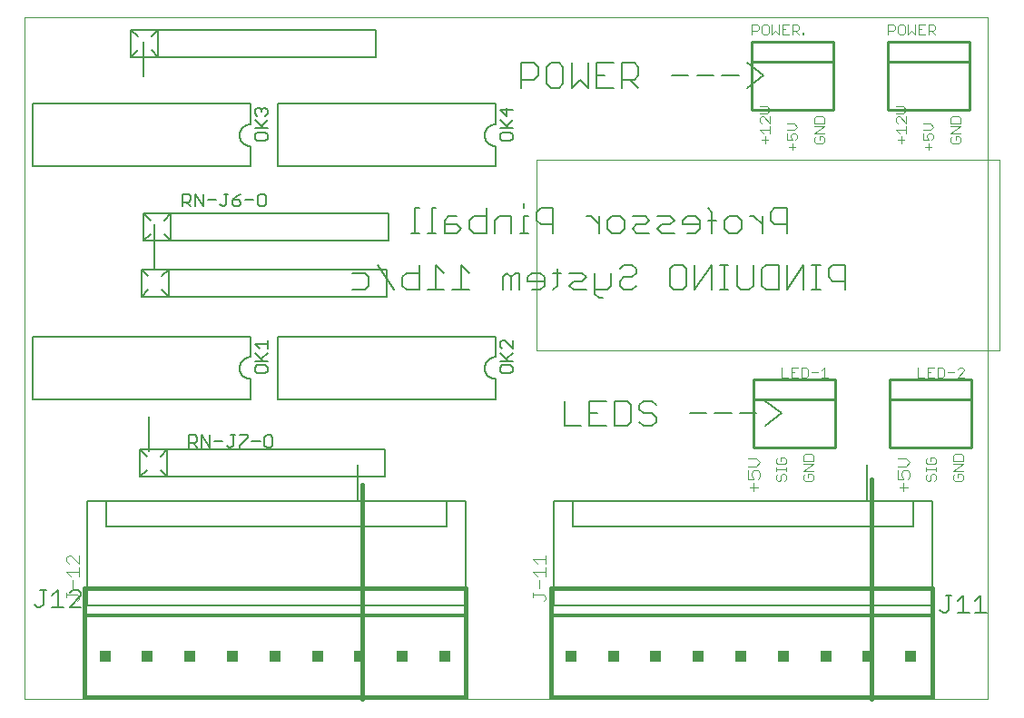
<source format=gto>
G75*
%MOIN*%
%OFA0B0*%
%FSLAX25Y25*%
%IPPOS*%
%LPD*%
%AMOC8*
5,1,8,0,0,1.08239X$1,22.5*
%
%ADD10C,0.00000*%
%ADD11C,0.00300*%
%ADD12C,0.00400*%
%ADD13C,0.00800*%
%ADD14C,0.00600*%
%ADD15C,0.01600*%
%ADD16C,0.01000*%
%ADD17C,0.00500*%
%ADD18C,0.01200*%
%ADD19R,0.04000X0.04000*%
D10*
X0011800Y0011800D02*
X0011800Y0262076D01*
X0365501Y0262076D01*
X0365501Y0011800D01*
X0011800Y0011800D01*
X0199831Y0139635D02*
X0369831Y0139635D01*
X0369831Y0209635D01*
X0199831Y0209635D01*
X0199831Y0139635D01*
D11*
X0287821Y0099743D02*
X0287821Y0098509D01*
X0288438Y0097892D01*
X0290907Y0097892D01*
X0291524Y0098509D01*
X0291524Y0099743D01*
X0290907Y0100360D01*
X0289672Y0100360D01*
X0289672Y0099126D01*
X0288438Y0100360D02*
X0287821Y0099743D01*
X0287821Y0096671D02*
X0287821Y0095436D01*
X0287821Y0096053D02*
X0291524Y0096053D01*
X0291524Y0095436D02*
X0291524Y0096671D01*
X0290907Y0094222D02*
X0291524Y0093605D01*
X0291524Y0092370D01*
X0290907Y0091753D01*
X0289672Y0092370D02*
X0289672Y0093605D01*
X0290290Y0094222D01*
X0290907Y0094222D01*
X0289672Y0092370D02*
X0289055Y0091753D01*
X0288438Y0091753D01*
X0287821Y0092370D01*
X0287821Y0093605D01*
X0288438Y0094222D01*
X0297821Y0093605D02*
X0297821Y0092370D01*
X0298438Y0091753D01*
X0300907Y0091753D01*
X0301524Y0092370D01*
X0301524Y0093605D01*
X0300907Y0094222D01*
X0299672Y0094222D01*
X0299672Y0092988D01*
X0298438Y0094222D02*
X0297821Y0093605D01*
X0297821Y0095436D02*
X0301524Y0097905D01*
X0297821Y0097905D01*
X0297821Y0099119D02*
X0297821Y0100971D01*
X0298438Y0101588D01*
X0300907Y0101588D01*
X0301524Y0100971D01*
X0301524Y0099119D01*
X0297821Y0099119D01*
X0297821Y0095436D02*
X0301524Y0095436D01*
X0342821Y0095436D02*
X0342821Y0096671D01*
X0342821Y0096053D02*
X0346524Y0096053D01*
X0346524Y0095436D02*
X0346524Y0096671D01*
X0345907Y0097892D02*
X0346524Y0098509D01*
X0346524Y0099743D01*
X0345907Y0100360D01*
X0344672Y0100360D01*
X0344672Y0099126D01*
X0343438Y0097892D02*
X0345907Y0097892D01*
X0343438Y0097892D02*
X0342821Y0098509D01*
X0342821Y0099743D01*
X0343438Y0100360D01*
X0343438Y0094222D02*
X0342821Y0093605D01*
X0342821Y0092370D01*
X0343438Y0091753D01*
X0344055Y0091753D01*
X0344672Y0092370D01*
X0344672Y0093605D01*
X0345290Y0094222D01*
X0345907Y0094222D01*
X0346524Y0093605D01*
X0346524Y0092370D01*
X0345907Y0091753D01*
X0352821Y0092370D02*
X0353438Y0091753D01*
X0355907Y0091753D01*
X0356524Y0092370D01*
X0356524Y0093605D01*
X0355907Y0094222D01*
X0354672Y0094222D01*
X0354672Y0092988D01*
X0353438Y0094222D02*
X0352821Y0093605D01*
X0352821Y0092370D01*
X0352821Y0095436D02*
X0356524Y0097905D01*
X0352821Y0097905D01*
X0352821Y0099119D02*
X0352821Y0100971D01*
X0353438Y0101588D01*
X0355907Y0101588D01*
X0356524Y0100971D01*
X0356524Y0099119D01*
X0352821Y0099119D01*
X0352821Y0095436D02*
X0356524Y0095436D01*
X0343767Y0213276D02*
X0343767Y0215744D01*
X0343767Y0216959D02*
X0343150Y0218193D01*
X0343150Y0218810D01*
X0343767Y0219428D01*
X0345001Y0219428D01*
X0345619Y0218810D01*
X0345619Y0217576D01*
X0345001Y0216959D01*
X0343767Y0216959D02*
X0341915Y0216959D01*
X0341915Y0219428D01*
X0341915Y0220642D02*
X0344384Y0220642D01*
X0345619Y0221876D01*
X0344384Y0223111D01*
X0341915Y0223111D01*
X0335619Y0223135D02*
X0333150Y0225604D01*
X0332533Y0225604D01*
X0331915Y0224987D01*
X0331915Y0223752D01*
X0332533Y0223135D01*
X0331915Y0220686D02*
X0335619Y0220686D01*
X0335619Y0219452D02*
X0335619Y0221921D01*
X0335619Y0223135D02*
X0335619Y0225604D01*
X0334384Y0226818D02*
X0335619Y0228053D01*
X0334384Y0229287D01*
X0331915Y0229287D01*
X0331915Y0226818D02*
X0334384Y0226818D01*
X0331915Y0220686D02*
X0333150Y0219452D01*
X0333767Y0218238D02*
X0333767Y0215769D01*
X0332533Y0217003D02*
X0335001Y0217003D01*
X0342533Y0214510D02*
X0345001Y0214510D01*
X0351915Y0216386D02*
X0352533Y0215769D01*
X0355001Y0215769D01*
X0355619Y0216386D01*
X0355619Y0217620D01*
X0355001Y0218238D01*
X0353767Y0218238D01*
X0353767Y0217003D01*
X0352533Y0218238D02*
X0351915Y0217620D01*
X0351915Y0216386D01*
X0351915Y0219452D02*
X0355619Y0221921D01*
X0351915Y0221921D01*
X0351915Y0223135D02*
X0351915Y0224987D01*
X0352533Y0225604D01*
X0355001Y0225604D01*
X0355619Y0224987D01*
X0355619Y0223135D01*
X0351915Y0223135D01*
X0351915Y0219452D02*
X0355619Y0219452D01*
X0305619Y0219452D02*
X0301915Y0219452D01*
X0305619Y0221921D01*
X0301915Y0221921D01*
X0301915Y0223135D02*
X0301915Y0224987D01*
X0302533Y0225604D01*
X0305001Y0225604D01*
X0305619Y0224987D01*
X0305619Y0223135D01*
X0301915Y0223135D01*
X0295619Y0221876D02*
X0294384Y0223111D01*
X0291915Y0223111D01*
X0291915Y0220642D02*
X0294384Y0220642D01*
X0295619Y0221876D01*
X0295001Y0219428D02*
X0295619Y0218810D01*
X0295619Y0217576D01*
X0295001Y0216959D01*
X0293767Y0216959D02*
X0293150Y0218193D01*
X0293150Y0218810D01*
X0293767Y0219428D01*
X0295001Y0219428D01*
X0293767Y0216959D02*
X0291915Y0216959D01*
X0291915Y0219428D01*
X0293767Y0215744D02*
X0293767Y0213276D01*
X0292533Y0214510D02*
X0295001Y0214510D01*
X0301915Y0216386D02*
X0302533Y0215769D01*
X0305001Y0215769D01*
X0305619Y0216386D01*
X0305619Y0217620D01*
X0305001Y0218238D01*
X0303767Y0218238D01*
X0303767Y0217003D01*
X0302533Y0218238D02*
X0301915Y0217620D01*
X0301915Y0216386D01*
X0285619Y0219452D02*
X0285619Y0221921D01*
X0285619Y0223135D02*
X0283150Y0225604D01*
X0282533Y0225604D01*
X0281915Y0224987D01*
X0281915Y0223752D01*
X0282533Y0223135D01*
X0281915Y0220686D02*
X0285619Y0220686D01*
X0285619Y0223135D02*
X0285619Y0225604D01*
X0284384Y0226818D02*
X0285619Y0228053D01*
X0284384Y0229287D01*
X0281915Y0229287D01*
X0281915Y0226818D02*
X0284384Y0226818D01*
X0281915Y0220686D02*
X0283150Y0219452D01*
X0283767Y0218238D02*
X0283767Y0215769D01*
X0282533Y0217003D02*
X0285001Y0217003D01*
D12*
X0284453Y0255819D02*
X0283252Y0255819D01*
X0282652Y0256419D01*
X0282652Y0258821D01*
X0283252Y0259422D01*
X0284453Y0259422D01*
X0285054Y0258821D01*
X0285054Y0256419D01*
X0284453Y0255819D01*
X0286335Y0255819D02*
X0287536Y0257020D01*
X0288737Y0255819D01*
X0288737Y0259422D01*
X0290018Y0259422D02*
X0290018Y0255819D01*
X0292420Y0255819D01*
X0293701Y0255819D02*
X0293701Y0259422D01*
X0295503Y0259422D01*
X0296103Y0258821D01*
X0296103Y0257620D01*
X0295503Y0257020D01*
X0293701Y0257020D01*
X0294902Y0257020D02*
X0296103Y0255819D01*
X0297384Y0255819D02*
X0297985Y0255819D01*
X0297985Y0256419D01*
X0297384Y0256419D01*
X0297384Y0255819D01*
X0292420Y0259422D02*
X0290018Y0259422D01*
X0290018Y0257620D02*
X0291219Y0257620D01*
X0286335Y0259422D02*
X0286335Y0255819D01*
X0281371Y0257620D02*
X0280770Y0257020D01*
X0278969Y0257020D01*
X0278969Y0255819D02*
X0278969Y0259422D01*
X0280770Y0259422D01*
X0281371Y0258821D01*
X0281371Y0257620D01*
X0328969Y0257020D02*
X0330770Y0257020D01*
X0331371Y0257620D01*
X0331371Y0258821D01*
X0330770Y0259422D01*
X0328969Y0259422D01*
X0328969Y0255819D01*
X0332652Y0256419D02*
X0332652Y0258821D01*
X0333252Y0259422D01*
X0334453Y0259422D01*
X0335054Y0258821D01*
X0335054Y0256419D01*
X0334453Y0255819D01*
X0333252Y0255819D01*
X0332652Y0256419D01*
X0336335Y0255819D02*
X0336335Y0259422D01*
X0338737Y0259422D02*
X0338737Y0255819D01*
X0337536Y0257020D01*
X0336335Y0255819D01*
X0340018Y0255819D02*
X0340018Y0259422D01*
X0342420Y0259422D01*
X0343701Y0259422D02*
X0345503Y0259422D01*
X0346103Y0258821D01*
X0346103Y0257620D01*
X0345503Y0257020D01*
X0343701Y0257020D01*
X0343701Y0255819D02*
X0343701Y0259422D01*
X0344902Y0257020D02*
X0346103Y0255819D01*
X0342420Y0255819D02*
X0340018Y0255819D01*
X0340018Y0257620D02*
X0341219Y0257620D01*
X0339717Y0133438D02*
X0339717Y0129835D01*
X0342119Y0129835D01*
X0343400Y0129835D02*
X0345802Y0129835D01*
X0347083Y0129835D02*
X0348884Y0129835D01*
X0349485Y0130435D01*
X0349485Y0132837D01*
X0348884Y0133438D01*
X0347083Y0133438D01*
X0347083Y0129835D01*
X0344601Y0131636D02*
X0343400Y0131636D01*
X0343400Y0129835D02*
X0343400Y0133438D01*
X0345802Y0133438D01*
X0350766Y0131636D02*
X0353168Y0131636D01*
X0354449Y0132837D02*
X0355050Y0133438D01*
X0356251Y0133438D01*
X0356851Y0132837D01*
X0356851Y0132237D01*
X0354449Y0129835D01*
X0356851Y0129835D01*
X0335439Y0100206D02*
X0332370Y0100206D01*
X0335439Y0100206D02*
X0336974Y0098671D01*
X0335439Y0097137D01*
X0332370Y0097137D01*
X0332370Y0095602D02*
X0332370Y0092533D01*
X0334672Y0092533D01*
X0333905Y0094067D01*
X0333905Y0094835D01*
X0334672Y0095602D01*
X0336207Y0095602D01*
X0336974Y0094835D01*
X0336974Y0093300D01*
X0336207Y0092533D01*
X0334672Y0090998D02*
X0334672Y0087929D01*
X0333137Y0089463D02*
X0336207Y0089463D01*
X0281974Y0093300D02*
X0281207Y0092533D01*
X0281974Y0093300D02*
X0281974Y0094835D01*
X0281207Y0095602D01*
X0279672Y0095602D01*
X0278905Y0094835D01*
X0278905Y0094067D01*
X0279672Y0092533D01*
X0277370Y0092533D01*
X0277370Y0095602D01*
X0277370Y0097137D02*
X0280439Y0097137D01*
X0281974Y0098671D01*
X0280439Y0100206D01*
X0277370Y0100206D01*
X0279672Y0090998D02*
X0279672Y0087929D01*
X0278137Y0089463D02*
X0281207Y0089463D01*
X0289717Y0129835D02*
X0292119Y0129835D01*
X0293400Y0129835D02*
X0295802Y0129835D01*
X0297083Y0129835D02*
X0298884Y0129835D01*
X0299485Y0130435D01*
X0299485Y0132837D01*
X0298884Y0133438D01*
X0297083Y0133438D01*
X0297083Y0129835D01*
X0294601Y0131636D02*
X0293400Y0131636D01*
X0293400Y0129835D02*
X0293400Y0133438D01*
X0295802Y0133438D01*
X0300766Y0131636D02*
X0303168Y0131636D01*
X0304449Y0132237D02*
X0305650Y0133438D01*
X0305650Y0129835D01*
X0304449Y0129835D02*
X0306851Y0129835D01*
X0289717Y0129835D02*
X0289717Y0133438D01*
X0203175Y0064531D02*
X0203175Y0061461D01*
X0203175Y0059927D02*
X0203175Y0056857D01*
X0203175Y0058392D02*
X0198571Y0058392D01*
X0200106Y0056857D01*
X0200873Y0055323D02*
X0200873Y0052254D01*
X0202407Y0049952D02*
X0198571Y0049952D01*
X0198571Y0050719D02*
X0198571Y0049184D01*
X0202407Y0049952D02*
X0203175Y0049184D01*
X0203175Y0048417D01*
X0202407Y0047650D01*
X0200106Y0061461D02*
X0198571Y0062996D01*
X0203175Y0062996D01*
X0031915Y0061461D02*
X0028846Y0064531D01*
X0028078Y0064531D01*
X0027311Y0063763D01*
X0027311Y0062229D01*
X0028078Y0061461D01*
X0027311Y0058392D02*
X0031915Y0058392D01*
X0031915Y0056857D02*
X0031915Y0059927D01*
X0031915Y0061461D02*
X0031915Y0064531D01*
X0027311Y0058392D02*
X0028846Y0056857D01*
X0029613Y0055323D02*
X0029613Y0052254D01*
X0027311Y0050719D02*
X0027311Y0049184D01*
X0027311Y0049952D02*
X0031148Y0049952D01*
X0031915Y0049184D01*
X0031915Y0048417D01*
X0031148Y0047650D01*
D13*
X0034851Y0045954D02*
X0173887Y0045954D01*
X0173887Y0084438D01*
X0166800Y0084438D01*
X0166800Y0074891D01*
X0041938Y0074891D01*
X0041938Y0084438D01*
X0034851Y0084438D01*
X0034851Y0045954D01*
X0041938Y0084438D02*
X0166800Y0084438D01*
X0206111Y0084438D02*
X0206111Y0045954D01*
X0345146Y0045954D01*
X0345146Y0084438D01*
X0338060Y0084438D01*
X0338060Y0074891D01*
X0213198Y0074891D01*
X0213198Y0084438D01*
X0206111Y0084438D01*
X0213198Y0084438D02*
X0338060Y0084438D01*
X0289836Y0116607D02*
X0283698Y0112003D01*
X0280628Y0116607D02*
X0274490Y0116607D01*
X0271420Y0116607D02*
X0265282Y0116607D01*
X0262213Y0116607D02*
X0256074Y0116607D01*
X0243797Y0115072D02*
X0243797Y0113538D01*
X0242262Y0112003D01*
X0239193Y0112003D01*
X0237658Y0113538D01*
X0234589Y0113538D02*
X0233054Y0112003D01*
X0228450Y0112003D01*
X0228450Y0121211D01*
X0233054Y0121211D01*
X0234589Y0119676D01*
X0234589Y0113538D01*
X0237658Y0118142D02*
X0239193Y0116607D01*
X0242262Y0116607D01*
X0243797Y0115072D01*
X0243797Y0119676D02*
X0242262Y0121211D01*
X0239193Y0121211D01*
X0237658Y0119676D01*
X0237658Y0118142D01*
X0225381Y0121211D02*
X0219243Y0121211D01*
X0219243Y0112003D01*
X0225381Y0112003D01*
X0222312Y0116607D02*
X0219243Y0116607D01*
X0216173Y0112003D02*
X0210035Y0112003D01*
X0210035Y0121211D01*
X0222706Y0158895D02*
X0224241Y0158895D01*
X0222706Y0158895D02*
X0221172Y0160429D01*
X0221172Y0168102D01*
X0218102Y0166568D02*
X0216568Y0168102D01*
X0211964Y0168102D01*
X0208895Y0168102D02*
X0205825Y0168102D01*
X0207360Y0169637D02*
X0207360Y0163498D01*
X0205825Y0161964D01*
X0202756Y0163498D02*
X0202756Y0166568D01*
X0201221Y0168102D01*
X0198152Y0168102D01*
X0196617Y0166568D01*
X0196617Y0165033D01*
X0202756Y0165033D01*
X0202756Y0163498D02*
X0201221Y0161964D01*
X0198152Y0161964D01*
X0193548Y0161964D02*
X0193548Y0168102D01*
X0192014Y0168102D01*
X0190479Y0166568D01*
X0188944Y0168102D01*
X0187410Y0166568D01*
X0187410Y0161964D01*
X0190479Y0161964D02*
X0190479Y0166568D01*
X0175132Y0168102D02*
X0172063Y0171172D01*
X0172063Y0161964D01*
X0175132Y0161964D02*
X0168994Y0161964D01*
X0165925Y0161964D02*
X0159786Y0161964D01*
X0156717Y0161964D02*
X0152113Y0161964D01*
X0150578Y0163498D01*
X0150578Y0166568D01*
X0152113Y0168102D01*
X0156717Y0168102D01*
X0156717Y0171172D02*
X0156717Y0161964D01*
X0162855Y0161964D02*
X0162855Y0171172D01*
X0165925Y0168102D01*
X0166071Y0182869D02*
X0170675Y0182869D01*
X0172210Y0184404D01*
X0170675Y0185939D01*
X0166071Y0185939D01*
X0166071Y0187473D02*
X0166071Y0182869D01*
X0163002Y0182869D02*
X0159932Y0182869D01*
X0161467Y0182869D02*
X0161467Y0192077D01*
X0163002Y0192077D01*
X0167606Y0189008D02*
X0166071Y0187473D01*
X0167606Y0189008D02*
X0170675Y0189008D01*
X0175279Y0187473D02*
X0176814Y0189008D01*
X0181417Y0189008D01*
X0181417Y0192077D02*
X0181417Y0182869D01*
X0176814Y0182869D01*
X0175279Y0184404D01*
X0175279Y0187473D01*
X0184487Y0187473D02*
X0184487Y0182869D01*
X0184487Y0187473D02*
X0186021Y0189008D01*
X0190625Y0189008D01*
X0190625Y0182869D01*
X0193695Y0182869D02*
X0196764Y0182869D01*
X0195229Y0182869D02*
X0195229Y0189008D01*
X0196764Y0189008D01*
X0199833Y0190543D02*
X0199833Y0187473D01*
X0201368Y0185939D01*
X0205972Y0185939D01*
X0205972Y0182869D02*
X0205972Y0192077D01*
X0201368Y0192077D01*
X0199833Y0190543D01*
X0195229Y0192077D02*
X0195229Y0193612D01*
X0218249Y0189008D02*
X0219784Y0189008D01*
X0222853Y0185939D01*
X0222853Y0189008D02*
X0222853Y0182869D01*
X0225922Y0184404D02*
X0225922Y0187473D01*
X0227457Y0189008D01*
X0230526Y0189008D01*
X0232061Y0187473D01*
X0232061Y0184404D01*
X0230526Y0182869D01*
X0227457Y0182869D01*
X0225922Y0184404D01*
X0235130Y0184404D02*
X0236665Y0182869D01*
X0241269Y0182869D01*
X0244338Y0184404D02*
X0245873Y0185939D01*
X0248942Y0185939D01*
X0250476Y0187473D01*
X0248942Y0189008D01*
X0244338Y0189008D01*
X0241269Y0187473D02*
X0239734Y0189008D01*
X0235130Y0189008D01*
X0239734Y0185939D02*
X0241269Y0187473D01*
X0239734Y0185939D02*
X0236665Y0185939D01*
X0235130Y0184404D01*
X0244338Y0184404D02*
X0245873Y0182869D01*
X0250476Y0182869D01*
X0253546Y0185939D02*
X0259684Y0185939D01*
X0259684Y0187473D02*
X0259684Y0184404D01*
X0258150Y0182869D01*
X0255080Y0182869D01*
X0253546Y0185939D02*
X0253546Y0187473D01*
X0255080Y0189008D01*
X0258150Y0189008D01*
X0259684Y0187473D01*
X0262754Y0187473D02*
X0265823Y0187473D01*
X0268892Y0187473D02*
X0268892Y0184404D01*
X0270427Y0182869D01*
X0273496Y0182869D01*
X0275031Y0184404D01*
X0275031Y0187473D01*
X0273496Y0189008D01*
X0270427Y0189008D01*
X0268892Y0187473D01*
X0264288Y0190543D02*
X0264288Y0182869D01*
X0264288Y0190543D02*
X0262754Y0192077D01*
X0278100Y0189008D02*
X0279635Y0189008D01*
X0282704Y0185939D01*
X0282704Y0189008D02*
X0282704Y0182869D01*
X0287308Y0185939D02*
X0291912Y0185939D01*
X0291912Y0182869D02*
X0291912Y0192077D01*
X0287308Y0192077D01*
X0285773Y0190543D01*
X0285773Y0187473D01*
X0287308Y0185939D01*
X0288696Y0171172D02*
X0284092Y0171172D01*
X0282558Y0169637D01*
X0282558Y0163498D01*
X0284092Y0161964D01*
X0288696Y0161964D01*
X0288696Y0171172D01*
X0291765Y0171172D02*
X0291765Y0161964D01*
X0297904Y0171172D01*
X0297904Y0161964D01*
X0300973Y0161964D02*
X0304043Y0161964D01*
X0302508Y0161964D02*
X0302508Y0171172D01*
X0304043Y0171172D02*
X0300973Y0171172D01*
X0307112Y0169637D02*
X0307112Y0166568D01*
X0308646Y0165033D01*
X0313250Y0165033D01*
X0313250Y0161964D02*
X0313250Y0171172D01*
X0308646Y0171172D01*
X0307112Y0169637D01*
X0279488Y0171172D02*
X0279488Y0163498D01*
X0277954Y0161964D01*
X0274884Y0161964D01*
X0273350Y0163498D01*
X0273350Y0171172D01*
X0270280Y0171172D02*
X0267211Y0171172D01*
X0268746Y0171172D02*
X0268746Y0161964D01*
X0270280Y0161964D02*
X0267211Y0161964D01*
X0264142Y0161964D02*
X0264142Y0171172D01*
X0258003Y0161964D01*
X0258003Y0171172D01*
X0254934Y0169637D02*
X0254934Y0163498D01*
X0253399Y0161964D01*
X0250330Y0161964D01*
X0248795Y0163498D01*
X0248795Y0169637D01*
X0250330Y0171172D01*
X0253399Y0171172D01*
X0254934Y0169637D01*
X0236518Y0169637D02*
X0236518Y0168102D01*
X0234984Y0166568D01*
X0231914Y0166568D01*
X0230380Y0165033D01*
X0230380Y0163498D01*
X0231914Y0161964D01*
X0234984Y0161964D01*
X0236518Y0163498D01*
X0227310Y0163498D02*
X0227310Y0168102D01*
X0230380Y0169637D02*
X0231914Y0171172D01*
X0234984Y0171172D01*
X0236518Y0169637D01*
X0227310Y0163498D02*
X0225776Y0161964D01*
X0221172Y0161964D01*
X0218102Y0161964D02*
X0213499Y0161964D01*
X0211964Y0163498D01*
X0213499Y0165033D01*
X0216568Y0165033D01*
X0218102Y0166568D01*
X0156863Y0182869D02*
X0153794Y0182869D01*
X0155329Y0182869D02*
X0155329Y0192077D01*
X0156863Y0192077D01*
X0141370Y0171172D02*
X0147509Y0161964D01*
X0138301Y0163498D02*
X0136766Y0161964D01*
X0132162Y0161964D01*
X0132162Y0168102D02*
X0136766Y0168102D01*
X0138301Y0166568D01*
X0138301Y0163498D01*
X0194287Y0236019D02*
X0194287Y0245227D01*
X0198891Y0245227D01*
X0200425Y0243692D01*
X0200425Y0240623D01*
X0198891Y0239088D01*
X0194287Y0239088D01*
X0203494Y0237554D02*
X0203494Y0243692D01*
X0205029Y0245227D01*
X0208098Y0245227D01*
X0209633Y0243692D01*
X0209633Y0237554D01*
X0208098Y0236019D01*
X0205029Y0236019D01*
X0203494Y0237554D01*
X0212702Y0236019D02*
X0212702Y0245227D01*
X0218841Y0245227D02*
X0218841Y0236019D01*
X0215772Y0239088D01*
X0212702Y0236019D01*
X0221910Y0236019D02*
X0228049Y0236019D01*
X0231118Y0236019D02*
X0231118Y0245227D01*
X0235722Y0245227D01*
X0237257Y0243692D01*
X0237257Y0240623D01*
X0235722Y0239088D01*
X0231118Y0239088D01*
X0234187Y0239088D02*
X0237257Y0236019D01*
X0228049Y0245227D02*
X0221910Y0245227D01*
X0221910Y0236019D01*
X0221910Y0240623D02*
X0224979Y0240623D01*
X0249534Y0240623D02*
X0255672Y0240623D01*
X0258742Y0240623D02*
X0264880Y0240623D01*
X0267950Y0240623D02*
X0274088Y0240623D01*
X0277157Y0236019D02*
X0283296Y0240623D01*
X0277157Y0245227D01*
X0283698Y0121211D02*
X0289836Y0116607D01*
D14*
X0321289Y0097619D02*
X0321289Y0093349D01*
X0321289Y0091380D02*
X0321289Y0095650D01*
X0321289Y0091173D02*
X0321289Y0086903D01*
X0321289Y0084935D02*
X0321289Y0089205D01*
X0350118Y0049721D02*
X0352253Y0049721D01*
X0351185Y0049721D02*
X0351185Y0044383D01*
X0350118Y0043316D01*
X0349050Y0043316D01*
X0347983Y0044383D01*
X0354428Y0043316D02*
X0358698Y0043316D01*
X0356563Y0043316D02*
X0356563Y0049721D01*
X0354428Y0047586D01*
X0360874Y0047586D02*
X0363009Y0049721D01*
X0363009Y0043316D01*
X0360874Y0043316D02*
X0365144Y0043316D01*
X0184831Y0121796D02*
X0184831Y0129296D01*
X0184705Y0129298D01*
X0184580Y0129304D01*
X0184455Y0129314D01*
X0184330Y0129328D01*
X0184205Y0129345D01*
X0184081Y0129367D01*
X0183958Y0129392D01*
X0183836Y0129422D01*
X0183715Y0129455D01*
X0183595Y0129492D01*
X0183476Y0129532D01*
X0183359Y0129577D01*
X0183242Y0129625D01*
X0183128Y0129677D01*
X0183015Y0129732D01*
X0182904Y0129791D01*
X0182795Y0129853D01*
X0182688Y0129919D01*
X0182583Y0129988D01*
X0182480Y0130060D01*
X0182379Y0130135D01*
X0182281Y0130214D01*
X0182186Y0130296D01*
X0182093Y0130380D01*
X0182003Y0130468D01*
X0181915Y0130558D01*
X0181831Y0130651D01*
X0181749Y0130746D01*
X0181670Y0130844D01*
X0181595Y0130945D01*
X0181523Y0131048D01*
X0181454Y0131153D01*
X0181388Y0131260D01*
X0181326Y0131369D01*
X0181267Y0131480D01*
X0181212Y0131593D01*
X0181160Y0131707D01*
X0181112Y0131824D01*
X0181067Y0131941D01*
X0181027Y0132060D01*
X0180990Y0132180D01*
X0180957Y0132301D01*
X0180927Y0132423D01*
X0180902Y0132546D01*
X0180880Y0132670D01*
X0180863Y0132795D01*
X0180849Y0132920D01*
X0180839Y0133045D01*
X0180833Y0133170D01*
X0180831Y0133296D01*
X0180833Y0133422D01*
X0180839Y0133547D01*
X0180849Y0133672D01*
X0180863Y0133797D01*
X0180880Y0133922D01*
X0180902Y0134046D01*
X0180927Y0134169D01*
X0180957Y0134291D01*
X0180990Y0134412D01*
X0181027Y0134532D01*
X0181067Y0134651D01*
X0181112Y0134768D01*
X0181160Y0134885D01*
X0181212Y0134999D01*
X0181267Y0135112D01*
X0181326Y0135223D01*
X0181388Y0135332D01*
X0181454Y0135439D01*
X0181523Y0135544D01*
X0181595Y0135647D01*
X0181670Y0135748D01*
X0181749Y0135846D01*
X0181831Y0135941D01*
X0181915Y0136034D01*
X0182003Y0136124D01*
X0182093Y0136212D01*
X0182186Y0136296D01*
X0182281Y0136378D01*
X0182379Y0136457D01*
X0182480Y0136532D01*
X0182583Y0136604D01*
X0182688Y0136673D01*
X0182795Y0136739D01*
X0182904Y0136801D01*
X0183015Y0136860D01*
X0183128Y0136915D01*
X0183242Y0136967D01*
X0183359Y0137015D01*
X0183476Y0137060D01*
X0183595Y0137100D01*
X0183715Y0137137D01*
X0183836Y0137170D01*
X0183958Y0137200D01*
X0184081Y0137225D01*
X0184205Y0137247D01*
X0184330Y0137264D01*
X0184455Y0137278D01*
X0184580Y0137288D01*
X0184705Y0137294D01*
X0184831Y0137296D01*
X0184831Y0144796D01*
X0104831Y0144796D01*
X0104831Y0121796D01*
X0184831Y0121796D01*
X0144202Y0103296D02*
X0144202Y0093296D01*
X0064202Y0093296D01*
X0064202Y0103296D01*
X0054202Y0103296D01*
X0056702Y0100796D01*
X0057510Y0102651D02*
X0057510Y0106921D01*
X0057510Y0108890D02*
X0057510Y0104620D01*
X0054202Y0103296D02*
X0054202Y0093296D01*
X0064202Y0093296D01*
X0061702Y0095796D01*
X0061702Y0100796D02*
X0064202Y0103296D01*
X0144202Y0103296D01*
X0134282Y0097619D02*
X0134282Y0093349D01*
X0134282Y0091380D02*
X0134282Y0095650D01*
X0134282Y0091173D02*
X0134282Y0086903D01*
X0134282Y0084935D02*
X0134282Y0089205D01*
X0094831Y0121796D02*
X0094831Y0129296D01*
X0094705Y0129298D01*
X0094580Y0129304D01*
X0094455Y0129314D01*
X0094330Y0129328D01*
X0094205Y0129345D01*
X0094081Y0129367D01*
X0093958Y0129392D01*
X0093836Y0129422D01*
X0093715Y0129455D01*
X0093595Y0129492D01*
X0093476Y0129532D01*
X0093359Y0129577D01*
X0093242Y0129625D01*
X0093128Y0129677D01*
X0093015Y0129732D01*
X0092904Y0129791D01*
X0092795Y0129853D01*
X0092688Y0129919D01*
X0092583Y0129988D01*
X0092480Y0130060D01*
X0092379Y0130135D01*
X0092281Y0130214D01*
X0092186Y0130296D01*
X0092093Y0130380D01*
X0092003Y0130468D01*
X0091915Y0130558D01*
X0091831Y0130651D01*
X0091749Y0130746D01*
X0091670Y0130844D01*
X0091595Y0130945D01*
X0091523Y0131048D01*
X0091454Y0131153D01*
X0091388Y0131260D01*
X0091326Y0131369D01*
X0091267Y0131480D01*
X0091212Y0131593D01*
X0091160Y0131707D01*
X0091112Y0131824D01*
X0091067Y0131941D01*
X0091027Y0132060D01*
X0090990Y0132180D01*
X0090957Y0132301D01*
X0090927Y0132423D01*
X0090902Y0132546D01*
X0090880Y0132670D01*
X0090863Y0132795D01*
X0090849Y0132920D01*
X0090839Y0133045D01*
X0090833Y0133170D01*
X0090831Y0133296D01*
X0090833Y0133422D01*
X0090839Y0133547D01*
X0090849Y0133672D01*
X0090863Y0133797D01*
X0090880Y0133922D01*
X0090902Y0134046D01*
X0090927Y0134169D01*
X0090957Y0134291D01*
X0090990Y0134412D01*
X0091027Y0134532D01*
X0091067Y0134651D01*
X0091112Y0134768D01*
X0091160Y0134885D01*
X0091212Y0134999D01*
X0091267Y0135112D01*
X0091326Y0135223D01*
X0091388Y0135332D01*
X0091454Y0135439D01*
X0091523Y0135544D01*
X0091595Y0135647D01*
X0091670Y0135748D01*
X0091749Y0135846D01*
X0091831Y0135941D01*
X0091915Y0136034D01*
X0092003Y0136124D01*
X0092093Y0136212D01*
X0092186Y0136296D01*
X0092281Y0136378D01*
X0092379Y0136457D01*
X0092480Y0136532D01*
X0092583Y0136604D01*
X0092688Y0136673D01*
X0092795Y0136739D01*
X0092904Y0136801D01*
X0093015Y0136860D01*
X0093128Y0136915D01*
X0093242Y0136967D01*
X0093359Y0137015D01*
X0093476Y0137060D01*
X0093595Y0137100D01*
X0093715Y0137137D01*
X0093836Y0137170D01*
X0093958Y0137200D01*
X0094081Y0137225D01*
X0094205Y0137247D01*
X0094330Y0137264D01*
X0094455Y0137278D01*
X0094580Y0137288D01*
X0094705Y0137294D01*
X0094831Y0137296D01*
X0094831Y0144796D01*
X0014831Y0144796D01*
X0014831Y0121796D01*
X0094831Y0121796D01*
X0057510Y0115335D02*
X0057510Y0111065D01*
X0057510Y0109097D02*
X0057510Y0113367D01*
X0056702Y0095796D02*
X0054202Y0093296D01*
X0031596Y0051690D02*
X0029461Y0051690D01*
X0028393Y0050622D01*
X0031596Y0051690D02*
X0032664Y0050622D01*
X0032664Y0049555D01*
X0028393Y0045284D01*
X0032664Y0045284D01*
X0026218Y0045284D02*
X0021948Y0045284D01*
X0024083Y0045284D02*
X0024083Y0051690D01*
X0021948Y0049555D01*
X0019773Y0051690D02*
X0017638Y0051690D01*
X0018705Y0051690D02*
X0018705Y0046352D01*
X0017638Y0045284D01*
X0016570Y0045284D01*
X0015502Y0046352D01*
X0054792Y0159517D02*
X0064792Y0159517D01*
X0144792Y0159517D01*
X0144792Y0169517D01*
X0064792Y0169517D01*
X0054792Y0169517D01*
X0057292Y0167017D01*
X0059478Y0169580D02*
X0059478Y0173851D01*
X0059478Y0173517D02*
X0059478Y0177788D01*
X0059478Y0177994D02*
X0059478Y0182265D01*
X0059478Y0181931D02*
X0059478Y0186202D01*
X0058119Y0187410D02*
X0055619Y0189910D01*
X0065619Y0189910D01*
X0065619Y0179910D01*
X0145619Y0179910D01*
X0145619Y0189910D01*
X0065619Y0189910D01*
X0063119Y0187410D01*
X0059478Y0184233D02*
X0059478Y0179963D01*
X0059478Y0179756D02*
X0059478Y0175486D01*
X0059478Y0175819D02*
X0059478Y0171549D01*
X0054792Y0169517D02*
X0054792Y0159517D01*
X0057292Y0162017D01*
X0062292Y0162017D02*
X0064792Y0159517D01*
X0064792Y0169517D01*
X0062292Y0167017D01*
X0059478Y0176026D02*
X0059478Y0180296D01*
X0058119Y0182410D02*
X0055619Y0179910D01*
X0065619Y0179910D01*
X0063119Y0182410D01*
X0055619Y0179910D02*
X0055619Y0189910D01*
X0094831Y0207229D02*
X0014831Y0207229D01*
X0014831Y0230229D01*
X0094831Y0230229D01*
X0094831Y0222729D01*
X0094705Y0222727D01*
X0094580Y0222721D01*
X0094455Y0222711D01*
X0094330Y0222697D01*
X0094205Y0222680D01*
X0094081Y0222658D01*
X0093958Y0222633D01*
X0093836Y0222603D01*
X0093715Y0222570D01*
X0093595Y0222533D01*
X0093476Y0222493D01*
X0093359Y0222448D01*
X0093242Y0222400D01*
X0093128Y0222348D01*
X0093015Y0222293D01*
X0092904Y0222234D01*
X0092795Y0222172D01*
X0092688Y0222106D01*
X0092583Y0222037D01*
X0092480Y0221965D01*
X0092379Y0221890D01*
X0092281Y0221811D01*
X0092186Y0221729D01*
X0092093Y0221645D01*
X0092003Y0221557D01*
X0091915Y0221467D01*
X0091831Y0221374D01*
X0091749Y0221279D01*
X0091670Y0221181D01*
X0091595Y0221080D01*
X0091523Y0220977D01*
X0091454Y0220872D01*
X0091388Y0220765D01*
X0091326Y0220656D01*
X0091267Y0220545D01*
X0091212Y0220432D01*
X0091160Y0220318D01*
X0091112Y0220201D01*
X0091067Y0220084D01*
X0091027Y0219965D01*
X0090990Y0219845D01*
X0090957Y0219724D01*
X0090927Y0219602D01*
X0090902Y0219479D01*
X0090880Y0219355D01*
X0090863Y0219230D01*
X0090849Y0219105D01*
X0090839Y0218980D01*
X0090833Y0218855D01*
X0090831Y0218729D01*
X0090833Y0218603D01*
X0090839Y0218478D01*
X0090849Y0218353D01*
X0090863Y0218228D01*
X0090880Y0218103D01*
X0090902Y0217979D01*
X0090927Y0217856D01*
X0090957Y0217734D01*
X0090990Y0217613D01*
X0091027Y0217493D01*
X0091067Y0217374D01*
X0091112Y0217257D01*
X0091160Y0217140D01*
X0091212Y0217026D01*
X0091267Y0216913D01*
X0091326Y0216802D01*
X0091388Y0216693D01*
X0091454Y0216586D01*
X0091523Y0216481D01*
X0091595Y0216378D01*
X0091670Y0216277D01*
X0091749Y0216179D01*
X0091831Y0216084D01*
X0091915Y0215991D01*
X0092003Y0215901D01*
X0092093Y0215813D01*
X0092186Y0215729D01*
X0092281Y0215647D01*
X0092379Y0215568D01*
X0092480Y0215493D01*
X0092583Y0215421D01*
X0092688Y0215352D01*
X0092795Y0215286D01*
X0092904Y0215224D01*
X0093015Y0215165D01*
X0093128Y0215110D01*
X0093242Y0215058D01*
X0093359Y0215010D01*
X0093476Y0214965D01*
X0093595Y0214925D01*
X0093715Y0214888D01*
X0093836Y0214855D01*
X0093958Y0214825D01*
X0094081Y0214800D01*
X0094205Y0214778D01*
X0094330Y0214761D01*
X0094455Y0214747D01*
X0094580Y0214737D01*
X0094705Y0214731D01*
X0094831Y0214729D01*
X0094831Y0207229D01*
X0104831Y0207229D02*
X0104831Y0230229D01*
X0184831Y0230229D01*
X0184831Y0222729D01*
X0184705Y0222727D01*
X0184580Y0222721D01*
X0184455Y0222711D01*
X0184330Y0222697D01*
X0184205Y0222680D01*
X0184081Y0222658D01*
X0183958Y0222633D01*
X0183836Y0222603D01*
X0183715Y0222570D01*
X0183595Y0222533D01*
X0183476Y0222493D01*
X0183359Y0222448D01*
X0183242Y0222400D01*
X0183128Y0222348D01*
X0183015Y0222293D01*
X0182904Y0222234D01*
X0182795Y0222172D01*
X0182688Y0222106D01*
X0182583Y0222037D01*
X0182480Y0221965D01*
X0182379Y0221890D01*
X0182281Y0221811D01*
X0182186Y0221729D01*
X0182093Y0221645D01*
X0182003Y0221557D01*
X0181915Y0221467D01*
X0181831Y0221374D01*
X0181749Y0221279D01*
X0181670Y0221181D01*
X0181595Y0221080D01*
X0181523Y0220977D01*
X0181454Y0220872D01*
X0181388Y0220765D01*
X0181326Y0220656D01*
X0181267Y0220545D01*
X0181212Y0220432D01*
X0181160Y0220318D01*
X0181112Y0220201D01*
X0181067Y0220084D01*
X0181027Y0219965D01*
X0180990Y0219845D01*
X0180957Y0219724D01*
X0180927Y0219602D01*
X0180902Y0219479D01*
X0180880Y0219355D01*
X0180863Y0219230D01*
X0180849Y0219105D01*
X0180839Y0218980D01*
X0180833Y0218855D01*
X0180831Y0218729D01*
X0180833Y0218603D01*
X0180839Y0218478D01*
X0180849Y0218353D01*
X0180863Y0218228D01*
X0180880Y0218103D01*
X0180902Y0217979D01*
X0180927Y0217856D01*
X0180957Y0217734D01*
X0180990Y0217613D01*
X0181027Y0217493D01*
X0181067Y0217374D01*
X0181112Y0217257D01*
X0181160Y0217140D01*
X0181212Y0217026D01*
X0181267Y0216913D01*
X0181326Y0216802D01*
X0181388Y0216693D01*
X0181454Y0216586D01*
X0181523Y0216481D01*
X0181595Y0216378D01*
X0181670Y0216277D01*
X0181749Y0216179D01*
X0181831Y0216084D01*
X0181915Y0215991D01*
X0182003Y0215901D01*
X0182093Y0215813D01*
X0182186Y0215729D01*
X0182281Y0215647D01*
X0182379Y0215568D01*
X0182480Y0215493D01*
X0182583Y0215421D01*
X0182688Y0215352D01*
X0182795Y0215286D01*
X0182904Y0215224D01*
X0183015Y0215165D01*
X0183128Y0215110D01*
X0183242Y0215058D01*
X0183359Y0215010D01*
X0183476Y0214965D01*
X0183595Y0214925D01*
X0183715Y0214888D01*
X0183836Y0214855D01*
X0183958Y0214825D01*
X0184081Y0214800D01*
X0184205Y0214778D01*
X0184330Y0214761D01*
X0184455Y0214747D01*
X0184580Y0214737D01*
X0184705Y0214731D01*
X0184831Y0214729D01*
X0184831Y0207229D01*
X0104831Y0207229D01*
X0055541Y0240446D02*
X0055541Y0244717D01*
X0055541Y0246685D02*
X0055541Y0242415D01*
X0055541Y0246892D02*
X0055541Y0251162D01*
X0055541Y0253131D02*
X0055541Y0248860D01*
X0053355Y0250009D02*
X0050855Y0247509D01*
X0060855Y0247509D01*
X0140855Y0247509D01*
X0140855Y0257509D01*
X0060855Y0257509D01*
X0050855Y0257509D01*
X0053355Y0255009D01*
X0050855Y0257509D02*
X0050855Y0247509D01*
X0058355Y0250009D02*
X0060855Y0247509D01*
X0060855Y0257509D01*
X0058355Y0255009D01*
D15*
X0135816Y0090540D02*
X0135816Y0011800D01*
X0173969Y0012509D02*
X0033969Y0012509D01*
X0033969Y0042509D01*
X0033969Y0052509D01*
X0173969Y0052509D01*
X0173969Y0042509D01*
X0173969Y0012509D01*
X0205031Y0012509D02*
X0205031Y0042509D01*
X0205031Y0052509D01*
X0345031Y0052509D01*
X0345031Y0042509D01*
X0345031Y0012509D01*
X0205031Y0012509D01*
X0322824Y0011800D02*
X0322824Y0092509D01*
D16*
X0329674Y0104103D02*
X0329674Y0121603D01*
X0359674Y0121603D01*
X0359674Y0104103D01*
X0329674Y0104103D01*
X0329674Y0121603D02*
X0329674Y0129103D01*
X0359674Y0129103D01*
X0359674Y0121603D01*
X0309674Y0121603D02*
X0309674Y0104103D01*
X0279674Y0104103D01*
X0279674Y0121603D01*
X0309674Y0121603D01*
X0309674Y0129103D01*
X0279674Y0129103D01*
X0279674Y0121603D01*
X0278769Y0228119D02*
X0278769Y0245619D01*
X0308769Y0245619D01*
X0308769Y0228119D01*
X0278769Y0228119D01*
X0278769Y0245619D02*
X0278769Y0253119D01*
X0308769Y0253119D01*
X0308769Y0245619D01*
X0328769Y0245619D02*
X0358769Y0245619D01*
X0358769Y0228119D01*
X0328769Y0228119D01*
X0328769Y0245619D01*
X0328769Y0253119D01*
X0358769Y0253119D01*
X0358769Y0245619D01*
D17*
X0191081Y0228127D02*
X0186578Y0228127D01*
X0188830Y0225875D01*
X0188830Y0228878D01*
X0191081Y0224274D02*
X0188830Y0222022D01*
X0189580Y0221271D02*
X0186578Y0224274D01*
X0186578Y0221271D02*
X0191081Y0221271D01*
X0190331Y0219670D02*
X0187328Y0219670D01*
X0186578Y0218919D01*
X0186578Y0217418D01*
X0187328Y0216667D01*
X0190331Y0216667D01*
X0191081Y0217418D01*
X0191081Y0218919D01*
X0190331Y0219670D01*
X0101081Y0218919D02*
X0101081Y0217418D01*
X0100331Y0216667D01*
X0097328Y0216667D01*
X0096578Y0217418D01*
X0096578Y0218919D01*
X0097328Y0219670D01*
X0100331Y0219670D01*
X0101081Y0218919D01*
X0101081Y0221271D02*
X0096578Y0221271D01*
X0098830Y0222022D02*
X0101081Y0224274D01*
X0100331Y0225875D02*
X0101081Y0226626D01*
X0101081Y0228127D01*
X0100331Y0228878D01*
X0099580Y0228878D01*
X0098830Y0228127D01*
X0098830Y0227376D01*
X0098830Y0228127D02*
X0098079Y0228878D01*
X0097328Y0228878D01*
X0096578Y0228127D01*
X0096578Y0226626D01*
X0097328Y0225875D01*
X0096578Y0224274D02*
X0099580Y0221271D01*
X0099681Y0197164D02*
X0098180Y0197164D01*
X0097429Y0196413D01*
X0097429Y0193411D01*
X0098180Y0192660D01*
X0099681Y0192660D01*
X0100432Y0193411D01*
X0100432Y0196413D01*
X0099681Y0197164D01*
X0095828Y0194912D02*
X0092826Y0194912D01*
X0091224Y0194162D02*
X0090474Y0194912D01*
X0088222Y0194912D01*
X0088222Y0193411D01*
X0088972Y0192660D01*
X0090474Y0192660D01*
X0091224Y0193411D01*
X0091224Y0194162D01*
X0089723Y0196413D02*
X0088222Y0194912D01*
X0089723Y0196413D02*
X0091224Y0197164D01*
X0086620Y0197164D02*
X0085119Y0197164D01*
X0085870Y0197164D02*
X0085870Y0193411D01*
X0085119Y0192660D01*
X0084368Y0192660D01*
X0083618Y0193411D01*
X0082016Y0194912D02*
X0079014Y0194912D01*
X0077412Y0192660D02*
X0074410Y0197164D01*
X0074410Y0192660D01*
X0072808Y0192660D02*
X0071307Y0194162D01*
X0072058Y0194162D02*
X0069806Y0194162D01*
X0069806Y0192660D02*
X0069806Y0197164D01*
X0072058Y0197164D01*
X0072808Y0196413D01*
X0072808Y0194912D01*
X0072058Y0194162D01*
X0077412Y0192660D02*
X0077412Y0197164D01*
X0101081Y0143445D02*
X0101081Y0140442D01*
X0101081Y0141943D02*
X0096578Y0141943D01*
X0098079Y0140442D01*
X0096578Y0138841D02*
X0099580Y0135838D01*
X0098830Y0136589D02*
X0101081Y0138841D01*
X0101081Y0135838D02*
X0096578Y0135838D01*
X0097328Y0134237D02*
X0096578Y0133486D01*
X0096578Y0131985D01*
X0097328Y0131234D01*
X0100331Y0131234D01*
X0101081Y0131985D01*
X0101081Y0133486D01*
X0100331Y0134237D01*
X0097328Y0134237D01*
X0100700Y0108581D02*
X0099949Y0107831D01*
X0099949Y0104828D01*
X0100700Y0104078D01*
X0102201Y0104078D01*
X0102952Y0104828D01*
X0102952Y0107831D01*
X0102201Y0108581D01*
X0100700Y0108581D01*
X0098348Y0106329D02*
X0095345Y0106329D01*
X0093744Y0107831D02*
X0090741Y0104828D01*
X0090741Y0104078D01*
X0088389Y0104828D02*
X0088389Y0108581D01*
X0087639Y0108581D02*
X0089140Y0108581D01*
X0090741Y0108581D02*
X0093744Y0108581D01*
X0093744Y0107831D01*
X0088389Y0104828D02*
X0087639Y0104078D01*
X0086888Y0104078D01*
X0086137Y0104828D01*
X0084536Y0106329D02*
X0081533Y0106329D01*
X0079932Y0104078D02*
X0079932Y0108581D01*
X0076930Y0108581D02*
X0076930Y0104078D01*
X0075328Y0104078D02*
X0073827Y0105579D01*
X0074578Y0105579D02*
X0072326Y0105579D01*
X0072326Y0104078D02*
X0072326Y0108581D01*
X0074578Y0108581D01*
X0075328Y0107831D01*
X0075328Y0106329D01*
X0074578Y0105579D01*
X0076930Y0108581D02*
X0079932Y0104078D01*
X0186578Y0131985D02*
X0187328Y0131234D01*
X0190331Y0131234D01*
X0191081Y0131985D01*
X0191081Y0133486D01*
X0190331Y0134237D01*
X0187328Y0134237D01*
X0186578Y0133486D01*
X0186578Y0131985D01*
X0186578Y0135838D02*
X0191081Y0135838D01*
X0189580Y0135838D02*
X0186578Y0138841D01*
X0187328Y0140442D02*
X0186578Y0141193D01*
X0186578Y0142694D01*
X0187328Y0143445D01*
X0188079Y0143445D01*
X0191081Y0140442D01*
X0191081Y0143445D01*
X0191081Y0138841D02*
X0188830Y0136589D01*
D18*
X0173969Y0042509D02*
X0033969Y0042509D01*
X0205031Y0042509D02*
X0345031Y0042509D01*
D19*
X0337231Y0027509D03*
X0321631Y0027509D03*
X0306031Y0027509D03*
X0290431Y0027509D03*
X0274831Y0027509D03*
X0259231Y0027509D03*
X0243631Y0027509D03*
X0228031Y0027509D03*
X0212431Y0027509D03*
X0166169Y0027509D03*
X0150569Y0027509D03*
X0134969Y0027509D03*
X0119369Y0027509D03*
X0103769Y0027509D03*
X0088169Y0027509D03*
X0072569Y0027509D03*
X0056969Y0027509D03*
X0041369Y0027509D03*
M02*

</source>
